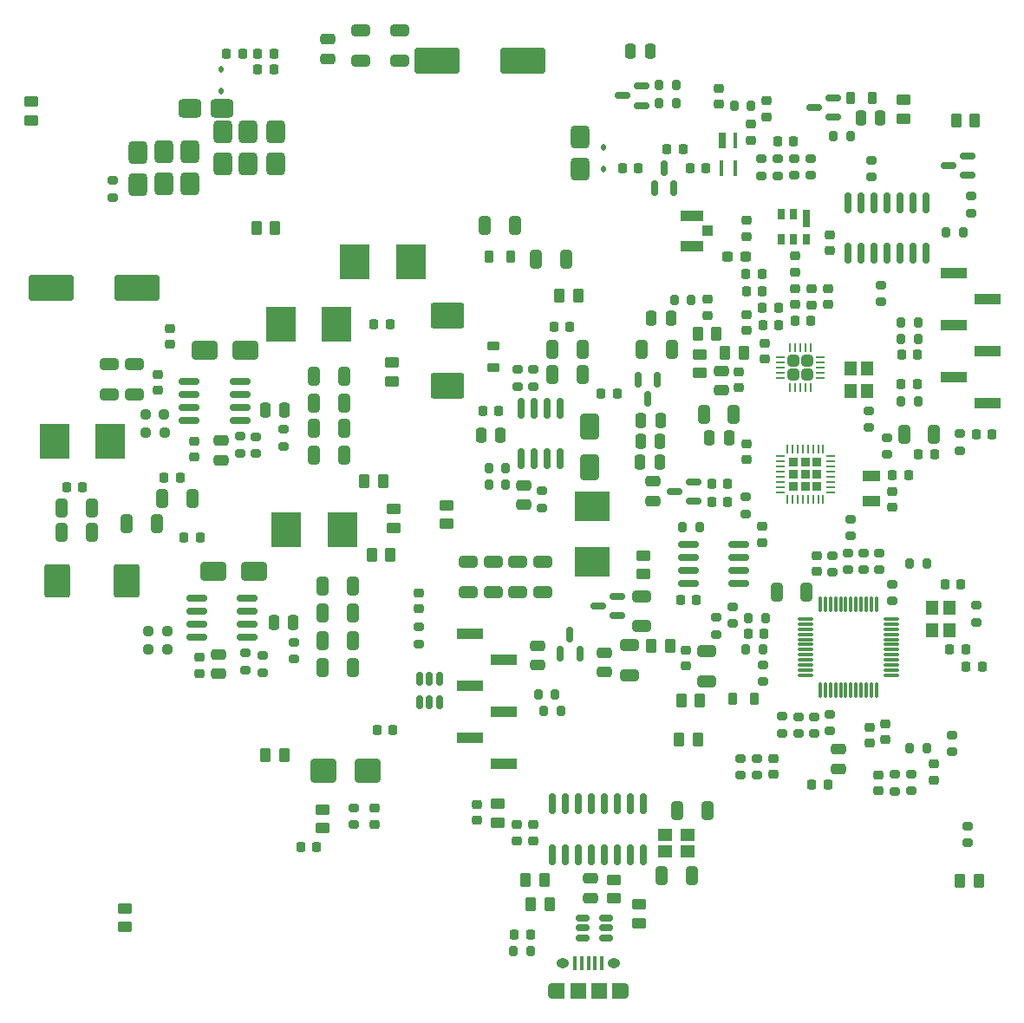
<source format=gtp>
G04 #@! TF.GenerationSoftware,KiCad,Pcbnew,7.0.6-7.0.6~ubuntu22.04.1*
G04 #@! TF.CreationDate,2023-07-26T21:33:09+03:00*
G04 #@! TF.ProjectId,TACNPR,5441434e-5052-42e6-9b69-6361645f7063,rev?*
G04 #@! TF.SameCoordinates,Original*
G04 #@! TF.FileFunction,Paste,Top*
G04 #@! TF.FilePolarity,Positive*
%FSLAX46Y46*%
G04 Gerber Fmt 4.6, Leading zero omitted, Abs format (unit mm)*
G04 Created by KiCad (PCBNEW 7.0.6-7.0.6~ubuntu22.04.1) date 2023-07-26 21:33:09*
%MOMM*%
%LPD*%
G01*
G04 APERTURE LIST*
G04 Aperture macros list*
%AMRoundRect*
0 Rectangle with rounded corners*
0 $1 Rounding radius*
0 $2 $3 $4 $5 $6 $7 $8 $9 X,Y pos of 4 corners*
0 Add a 4 corners polygon primitive as box body*
4,1,4,$2,$3,$4,$5,$6,$7,$8,$9,$2,$3,0*
0 Add four circle primitives for the rounded corners*
1,1,$1+$1,$2,$3*
1,1,$1+$1,$4,$5*
1,1,$1+$1,$6,$7*
1,1,$1+$1,$8,$9*
0 Add four rect primitives between the rounded corners*
20,1,$1+$1,$2,$3,$4,$5,0*
20,1,$1+$1,$4,$5,$6,$7,0*
20,1,$1+$1,$6,$7,$8,$9,0*
20,1,$1+$1,$8,$9,$2,$3,0*%
G04 Aperture macros list end*
%ADD10RoundRect,0.225000X-0.225000X-0.250000X0.225000X-0.250000X0.225000X0.250000X-0.225000X0.250000X0*%
%ADD11RoundRect,0.200000X0.275000X-0.200000X0.275000X0.200000X-0.275000X0.200000X-0.275000X-0.200000X0*%
%ADD12RoundRect,0.150000X0.825000X0.150000X-0.825000X0.150000X-0.825000X-0.150000X0.825000X-0.150000X0*%
%ADD13RoundRect,0.225000X0.250000X-0.225000X0.250000X0.225000X-0.250000X0.225000X-0.250000X-0.225000X0*%
%ADD14R,2.950000X3.500000*%
%ADD15RoundRect,0.250000X-0.325000X-0.650000X0.325000X-0.650000X0.325000X0.650000X-0.325000X0.650000X0*%
%ADD16RoundRect,0.250000X0.650000X-0.325000X0.650000X0.325000X-0.650000X0.325000X-0.650000X-0.325000X0*%
%ADD17RoundRect,0.225000X-0.250000X0.225000X-0.250000X-0.225000X0.250000X-0.225000X0.250000X0.225000X0*%
%ADD18RoundRect,0.250000X-0.475000X0.250000X-0.475000X-0.250000X0.475000X-0.250000X0.475000X0.250000X0*%
%ADD19RoundRect,0.250000X1.000000X0.650000X-1.000000X0.650000X-1.000000X-0.650000X1.000000X-0.650000X0*%
%ADD20RoundRect,0.237500X0.250000X0.237500X-0.250000X0.237500X-0.250000X-0.237500X0.250000X-0.237500X0*%
%ADD21RoundRect,0.200000X-0.275000X0.200000X-0.275000X-0.200000X0.275000X-0.200000X0.275000X0.200000X0*%
%ADD22RoundRect,0.150000X-0.825000X-0.150000X0.825000X-0.150000X0.825000X0.150000X-0.825000X0.150000X0*%
%ADD23RoundRect,0.250000X0.325000X0.650000X-0.325000X0.650000X-0.325000X-0.650000X0.325000X-0.650000X0*%
%ADD24RoundRect,0.250000X0.250000X0.475000X-0.250000X0.475000X-0.250000X-0.475000X0.250000X-0.475000X0*%
%ADD25RoundRect,0.225000X0.225000X0.250000X-0.225000X0.250000X-0.225000X-0.250000X0.225000X-0.250000X0*%
%ADD26R,3.500000X2.950000*%
%ADD27RoundRect,0.150000X-0.150000X0.825000X-0.150000X-0.825000X0.150000X-0.825000X0.150000X0.825000X0*%
%ADD28RoundRect,0.200000X0.200000X0.275000X-0.200000X0.275000X-0.200000X-0.275000X0.200000X-0.275000X0*%
%ADD29RoundRect,0.200000X-0.200000X-0.275000X0.200000X-0.275000X0.200000X0.275000X-0.200000X0.275000X0*%
%ADD30RoundRect,0.237500X-0.250000X-0.237500X0.250000X-0.237500X0.250000X0.237500X-0.250000X0.237500X0*%
%ADD31RoundRect,0.250000X0.450000X-0.262500X0.450000X0.262500X-0.450000X0.262500X-0.450000X-0.262500X0*%
%ADD32RoundRect,0.150000X0.150000X-0.512500X0.150000X0.512500X-0.150000X0.512500X-0.150000X-0.512500X0*%
%ADD33RoundRect,0.250000X-1.950000X-1.000000X1.950000X-1.000000X1.950000X1.000000X-1.950000X1.000000X0*%
%ADD34RoundRect,0.250000X-0.250000X-0.475000X0.250000X-0.475000X0.250000X0.475000X-0.250000X0.475000X0*%
%ADD35RoundRect,0.250000X-0.650000X0.325000X-0.650000X-0.325000X0.650000X-0.325000X0.650000X0.325000X0*%
%ADD36RoundRect,0.250000X0.650000X-1.000000X0.650000X1.000000X-0.650000X1.000000X-0.650000X-1.000000X0*%
%ADD37RoundRect,0.250000X0.262500X0.450000X-0.262500X0.450000X-0.262500X-0.450000X0.262500X-0.450000X0*%
%ADD38RoundRect,0.250000X-0.450000X0.262500X-0.450000X-0.262500X0.450000X-0.262500X0.450000X0.262500X0*%
%ADD39RoundRect,0.218750X-0.256250X0.218750X-0.256250X-0.218750X0.256250X-0.218750X0.256250X0.218750X0*%
%ADD40RoundRect,0.218750X0.256250X-0.218750X0.256250X0.218750X-0.256250X0.218750X-0.256250X-0.218750X0*%
%ADD41RoundRect,0.250000X0.475000X-0.250000X0.475000X0.250000X-0.475000X0.250000X-0.475000X-0.250000X0*%
%ADD42RoundRect,0.150000X0.587500X0.150000X-0.587500X0.150000X-0.587500X-0.150000X0.587500X-0.150000X0*%
%ADD43RoundRect,0.250000X-0.315000X0.315000X-0.315000X-0.315000X0.315000X-0.315000X0.315000X0.315000X0*%
%ADD44RoundRect,0.062500X-0.062500X0.362500X-0.062500X-0.362500X0.062500X-0.362500X0.062500X0.362500X0*%
%ADD45RoundRect,0.062500X-0.362500X0.062500X-0.362500X-0.062500X0.362500X-0.062500X0.362500X0.062500X0*%
%ADD46R,1.400000X1.150000*%
%ADD47RoundRect,0.150000X0.512500X0.150000X-0.512500X0.150000X-0.512500X-0.150000X0.512500X-0.150000X0*%
%ADD48RoundRect,0.150000X0.150000X-0.825000X0.150000X0.825000X-0.150000X0.825000X-0.150000X-0.825000X0*%
%ADD49RoundRect,0.218750X0.218750X0.256250X-0.218750X0.256250X-0.218750X-0.256250X0.218750X-0.256250X0*%
%ADD50RoundRect,0.250000X-0.262500X-0.450000X0.262500X-0.450000X0.262500X0.450000X-0.262500X0.450000X0*%
%ADD51RoundRect,0.218750X0.381250X-0.218750X0.381250X0.218750X-0.381250X0.218750X-0.381250X-0.218750X0*%
%ADD52RoundRect,0.340200X-0.559800X0.759800X-0.559800X-0.759800X0.559800X-0.759800X0.559800X0.759800X0*%
%ADD53RoundRect,0.112500X0.112500X-0.187500X0.112500X0.187500X-0.112500X0.187500X-0.112500X-0.187500X0*%
%ADD54RoundRect,0.218750X-0.218750X-0.256250X0.218750X-0.256250X0.218750X0.256250X-0.218750X0.256250X0*%
%ADD55RoundRect,0.150000X0.150000X-0.587500X0.150000X0.587500X-0.150000X0.587500X-0.150000X-0.587500X0*%
%ADD56R,2.510000X1.000000*%
%ADD57R,0.400000X1.500000*%
%ADD58R,0.770000X1.500000*%
%ADD59RoundRect,0.112500X-0.112500X0.187500X-0.112500X-0.187500X0.112500X-0.187500X0.112500X0.187500X0*%
%ADD60RoundRect,0.218750X-0.218750X-0.381250X0.218750X-0.381250X0.218750X0.381250X-0.218750X0.381250X0*%
%ADD61RoundRect,0.150000X-0.150000X0.587500X-0.150000X-0.587500X0.150000X-0.587500X0.150000X0.587500X0*%
%ADD62RoundRect,0.237500X0.300000X0.237500X-0.300000X0.237500X-0.300000X-0.237500X0.300000X-0.237500X0*%
%ADD63R,1.150000X1.400000*%
%ADD64R,0.650000X1.750000*%
%ADD65R,0.650000X1.000000*%
%ADD66RoundRect,0.218750X0.218750X0.381250X-0.218750X0.381250X-0.218750X-0.381250X0.218750X-0.381250X0*%
%ADD67RoundRect,0.250000X1.000000X-1.400000X1.000000X1.400000X-1.000000X1.400000X-1.000000X-1.400000X0*%
%ADD68RoundRect,0.250000X1.400000X1.000000X-1.400000X1.000000X-1.400000X-1.000000X1.400000X-1.000000X0*%
%ADD69RoundRect,0.340200X-0.759800X-0.559800X0.759800X-0.559800X0.759800X0.559800X-0.759800X0.559800X0*%
%ADD70RoundRect,0.340200X0.559800X-0.759800X0.559800X0.759800X-0.559800X0.759800X-0.559800X-0.759800X0*%
%ADD71R,1.050000X1.000000*%
%ADD72R,2.200000X1.050000*%
%ADD73O,0.890000X1.550000*%
%ADD74O,1.250000X0.950000*%
%ADD75R,0.400000X1.350000*%
%ADD76R,1.200000X1.550000*%
%ADD77R,1.500000X1.550000*%
%ADD78RoundRect,0.250000X-1.000000X-0.900000X1.000000X-0.900000X1.000000X0.900000X-1.000000X0.900000X0*%
%ADD79R,1.800000X1.000000*%
%ADD80RoundRect,0.232500X0.232500X0.232500X-0.232500X0.232500X-0.232500X-0.232500X0.232500X-0.232500X0*%
%ADD81RoundRect,0.062500X0.375000X0.062500X-0.375000X0.062500X-0.375000X-0.062500X0.375000X-0.062500X0*%
%ADD82RoundRect,0.062500X0.062500X0.375000X-0.062500X0.375000X-0.062500X-0.375000X0.062500X-0.375000X0*%
%ADD83RoundRect,0.075000X-0.662500X-0.075000X0.662500X-0.075000X0.662500X0.075000X-0.662500X0.075000X0*%
%ADD84RoundRect,0.075000X-0.075000X-0.662500X0.075000X-0.662500X0.075000X0.662500X-0.075000X0.662500X0*%
%ADD85R,1.200000X1.400000*%
G04 APERTURE END LIST*
D10*
X155562000Y-95758000D03*
X157112000Y-95758000D03*
D11*
X172182000Y-89501000D03*
X172182000Y-87851000D03*
D12*
X161275800Y-94132400D03*
X161275800Y-92862400D03*
X161275800Y-91592400D03*
X161275800Y-90322400D03*
X156325800Y-90322400D03*
X156325800Y-91592400D03*
X156325800Y-92862400D03*
X156325800Y-94132400D03*
D13*
X162052000Y-82042000D03*
X162052000Y-80492000D03*
D14*
X94430000Y-80264000D03*
X99880000Y-80264000D03*
D15*
X95172000Y-89154000D03*
X98122000Y-89154000D03*
D16*
X99745800Y-75681100D03*
X99745800Y-72731100D03*
D13*
X104521000Y-75260500D03*
X104521000Y-73710500D03*
D17*
X108066840Y-80240840D03*
X108066840Y-81790840D03*
D18*
X110744000Y-80167440D03*
X110744000Y-82067440D03*
D15*
X143038300Y-73682860D03*
X145988300Y-73682860D03*
D19*
X113107220Y-71368920D03*
X109107220Y-71368920D03*
D20*
X105184580Y-79375000D03*
X103359580Y-79375000D03*
D21*
X116840000Y-79058000D03*
X116840000Y-80708000D03*
X112593120Y-79738720D03*
X112593120Y-81388720D03*
D22*
X107608600Y-74409300D03*
X107608600Y-75679300D03*
X107608600Y-76949300D03*
X107608600Y-78219300D03*
X112558600Y-78219300D03*
X112558600Y-76949300D03*
X112558600Y-75679300D03*
X112558600Y-74409300D03*
D14*
X116520380Y-68834000D03*
X121970380Y-68834000D03*
D23*
X122732060Y-78999080D03*
X119782060Y-78999080D03*
X122729520Y-76464160D03*
X119779520Y-76464160D03*
X122706660Y-81551780D03*
X119756660Y-81551780D03*
X122714280Y-73914000D03*
X119764280Y-73914000D03*
D18*
X140223240Y-84541320D03*
X140223240Y-86441320D03*
D24*
X137983000Y-79644240D03*
X136083000Y-79644240D03*
D11*
X141157960Y-74860920D03*
X141157960Y-73210920D03*
D25*
X137813080Y-77282040D03*
X136263080Y-77282040D03*
D21*
X139684760Y-73216000D03*
X139684760Y-74866000D03*
D26*
X146964400Y-86581400D03*
X146964400Y-92031400D03*
D10*
X143227760Y-69016880D03*
X144777760Y-69016880D03*
D27*
X143832580Y-77004140D03*
X142562580Y-77004140D03*
X141292580Y-77004140D03*
X140022580Y-77004140D03*
X140022580Y-81954140D03*
X141292580Y-81954140D03*
X142562580Y-81954140D03*
X143832580Y-81954140D03*
D15*
X143066240Y-71231760D03*
X146016240Y-71231760D03*
D28*
X138508240Y-82839560D03*
X136858240Y-82839560D03*
D29*
X136840460Y-84488020D03*
X138490460Y-84488020D03*
D16*
X102247700Y-75681100D03*
X102247700Y-72731100D03*
D30*
X103329100Y-77609700D03*
X105154100Y-77609700D03*
D31*
X120650000Y-118006500D03*
X120650000Y-116181500D03*
D29*
X141669000Y-104952800D03*
X143319000Y-104952800D03*
D32*
X130114000Y-105683900D03*
X131064000Y-105683900D03*
X132014000Y-105683900D03*
X132014000Y-103408900D03*
X131064000Y-103408900D03*
X130114000Y-103408900D03*
D33*
X94098000Y-65278000D03*
X102498000Y-65278000D03*
D21*
X130048000Y-98362000D03*
X130048000Y-100012000D03*
X113111280Y-100927400D03*
X113111280Y-102577400D03*
D11*
X114757200Y-102831400D03*
X114757200Y-101181400D03*
D10*
X105143000Y-83820000D03*
X106693000Y-83820000D03*
D17*
X108574840Y-101333000D03*
X108574840Y-102883000D03*
D25*
X108636100Y-89608660D03*
X107086100Y-89608660D03*
D23*
X123552480Y-94335600D03*
X120602480Y-94335600D03*
D34*
X115864600Y-97891600D03*
X117764600Y-97891600D03*
D18*
X110490000Y-101031000D03*
X110490000Y-102931000D03*
D23*
X123587300Y-99689920D03*
X120637300Y-99689920D03*
X123585500Y-102306120D03*
X120635500Y-102306120D03*
X104472000Y-88265000D03*
X101522000Y-88265000D03*
D15*
X104951000Y-85852000D03*
X107901000Y-85852000D03*
D23*
X123570260Y-97017840D03*
X120620260Y-97017840D03*
D19*
X113937800Y-92925900D03*
X109937800Y-92925900D03*
D30*
X103636440Y-98806000D03*
X105461440Y-98806000D03*
D21*
X117805200Y-99860600D03*
X117805200Y-101510600D03*
D14*
X117094000Y-88900000D03*
X122544000Y-88900000D03*
D22*
X108307100Y-95542100D03*
X108307100Y-96812100D03*
X108307100Y-98082100D03*
X108307100Y-99352100D03*
X113257100Y-99352100D03*
X113257100Y-98082100D03*
X113257100Y-96812100D03*
X113257100Y-95542100D03*
D20*
X105448740Y-100545900D03*
X103623740Y-100545900D03*
D25*
X160147600Y-86143800D03*
X158597600Y-86143800D03*
D11*
X142036800Y-86727800D03*
X142036800Y-85077800D03*
D31*
X127533400Y-88669500D03*
X127533400Y-86844500D03*
D35*
X134874000Y-91994460D03*
X134874000Y-94944460D03*
X137287000Y-91997000D03*
X137287000Y-94947000D03*
X142113000Y-91997000D03*
X142113000Y-94947000D03*
D34*
X115001000Y-77216000D03*
X116901000Y-77216000D03*
D25*
X149365000Y-75590400D03*
X147815000Y-75590400D03*
D10*
X125907500Y-108394500D03*
X127457500Y-108394500D03*
D16*
X124307600Y-43029400D03*
X124307600Y-40079400D03*
D36*
X146705320Y-82759300D03*
X146705320Y-78759300D03*
D35*
X139700000Y-92002080D03*
X139700000Y-94952080D03*
D11*
X114071400Y-81424280D03*
X114071400Y-79774280D03*
D15*
X95108500Y-86741000D03*
X98058500Y-86741000D03*
D37*
X126525660Y-84165440D03*
X124700660Y-84165440D03*
X127252100Y-91363800D03*
X125427100Y-91363800D03*
D38*
X132715000Y-86463500D03*
X132715000Y-88288500D03*
D39*
X130048000Y-95034000D03*
X130048000Y-96609000D03*
D40*
X125730000Y-117627500D03*
X125730000Y-116052500D03*
D17*
X162026600Y-67843100D03*
X162026600Y-69393100D03*
D41*
X159542480Y-75245000D03*
X159542480Y-73345000D03*
D21*
X123698000Y-116015000D03*
X123698000Y-117665000D03*
D34*
X150688000Y-42164000D03*
X152588000Y-42164000D03*
D14*
X129217000Y-62738000D03*
X123767000Y-62738000D03*
D18*
X148107000Y-100876000D03*
X148107000Y-102776000D03*
D35*
X151739600Y-95349800D03*
X151739600Y-98299800D03*
D34*
X158409600Y-79857600D03*
X160309600Y-79857600D03*
D15*
X157835600Y-77622400D03*
X160785600Y-77622400D03*
D42*
X149375100Y-97266800D03*
X149375100Y-95366800D03*
X147500100Y-96316800D03*
D43*
X167909000Y-72375000D03*
X166609000Y-72375000D03*
X167909000Y-73675000D03*
X166609000Y-73675000D03*
D44*
X168259000Y-71100000D03*
X167759000Y-71100000D03*
X167259000Y-71100000D03*
X166759000Y-71100000D03*
X166259000Y-71100000D03*
D45*
X165334000Y-72025000D03*
X165334000Y-72525000D03*
X165334000Y-73025000D03*
X165334000Y-73525000D03*
X165334000Y-74025000D03*
D44*
X166259000Y-74950000D03*
X166759000Y-74950000D03*
X167259000Y-74950000D03*
X167759000Y-74950000D03*
X168259000Y-74950000D03*
D45*
X169184000Y-74025000D03*
X169184000Y-73525000D03*
X169184000Y-73025000D03*
X169184000Y-72525000D03*
X169184000Y-72025000D03*
D13*
X161290000Y-75014120D03*
X161290000Y-73464120D03*
X141224000Y-119240600D03*
X141224000Y-117690600D03*
X139573000Y-119240600D03*
X139573000Y-117690600D03*
D18*
X141579600Y-100192800D03*
X141579600Y-102092800D03*
D29*
X142227800Y-106578400D03*
X143877800Y-106578400D03*
D35*
X150582000Y-100121000D03*
X150582000Y-103071000D03*
D46*
X156294000Y-118707000D03*
X154094000Y-118707000D03*
X154094000Y-120307000D03*
X156294000Y-120307000D03*
D47*
X148330500Y-128712000D03*
X148330500Y-127762000D03*
X148330500Y-126812000D03*
X146055500Y-126812000D03*
X146055500Y-127762000D03*
X146055500Y-128712000D03*
D15*
X153719000Y-122682000D03*
X156669000Y-122682000D03*
D48*
X143078200Y-120610400D03*
X144348200Y-120610400D03*
X145618200Y-120610400D03*
X146888200Y-120610400D03*
X148158200Y-120610400D03*
X149428200Y-120610400D03*
X150698200Y-120610400D03*
X151968200Y-120610400D03*
X151968200Y-115660400D03*
X150698200Y-115660400D03*
X149428200Y-115660400D03*
X148158200Y-115660400D03*
X146888200Y-115660400D03*
X145618200Y-115660400D03*
X144348200Y-115660400D03*
X143078200Y-115660400D03*
D38*
X151511000Y-125452500D03*
X151511000Y-127277500D03*
D13*
X135686800Y-117259400D03*
X135686800Y-115709400D03*
D49*
X140919200Y-128371600D03*
X139344200Y-128371600D03*
D29*
X139281400Y-130048000D03*
X140931400Y-130048000D03*
D41*
X146761200Y-124825800D03*
X146761200Y-122925800D03*
D50*
X140438500Y-123063000D03*
X142263500Y-123063000D03*
X140946500Y-125476000D03*
X142771500Y-125476000D03*
D15*
X155243000Y-116332000D03*
X158193000Y-116332000D03*
D38*
X149098000Y-123039500D03*
X149098000Y-124864500D03*
D51*
X137287000Y-73071500D03*
X137287000Y-70946500D03*
D25*
X127201000Y-68834000D03*
X125651000Y-68834000D03*
D33*
X131791600Y-43078400D03*
X140191600Y-43078400D03*
D52*
X102616000Y-52031500D03*
X102616000Y-55156500D03*
D10*
X95618000Y-84709000D03*
X97168000Y-84709000D03*
D17*
X105740200Y-69227400D03*
X105740200Y-70777400D03*
D28*
X157416000Y-88646000D03*
X155766000Y-88646000D03*
D53*
X110744000Y-46008000D03*
X110744000Y-43908000D03*
D49*
X112801500Y-42418000D03*
X111226500Y-42418000D03*
D38*
X151917400Y-91391100D03*
X151917400Y-93216100D03*
D54*
X177127200Y-74625200D03*
X178702200Y-74625200D03*
D40*
X163525200Y-90144700D03*
X163525200Y-88569700D03*
D11*
X161899600Y-87337400D03*
X161899600Y-85687400D03*
D55*
X143830000Y-100962700D03*
X145730000Y-100962700D03*
X144780000Y-99087700D03*
D49*
X178714600Y-71787050D03*
X177139600Y-71787050D03*
D29*
X177102100Y-70212250D03*
X178752100Y-70212250D03*
D17*
X163776660Y-70621860D03*
X163776660Y-72171860D03*
D42*
X183614300Y-54239200D03*
X183614300Y-52339200D03*
X181739300Y-53289200D03*
X170482500Y-48575000D03*
X170482500Y-46675000D03*
X168607500Y-47625000D03*
D29*
X153505400Y-47244000D03*
X155155400Y-47244000D03*
D21*
X183946800Y-56286400D03*
X183946800Y-57936400D03*
D13*
X163982400Y-48527000D03*
X163982400Y-46977000D03*
D25*
X120028000Y-119888000D03*
X118478000Y-119888000D03*
D56*
X138277600Y-111760000D03*
X134967600Y-109220000D03*
X138277600Y-106680000D03*
X134967600Y-104140000D03*
X138277600Y-101600000D03*
X134967600Y-99060000D03*
D39*
X162458400Y-49275900D03*
X162458400Y-50850900D03*
D13*
X170180000Y-61633400D03*
X170180000Y-60083400D03*
D48*
X171894500Y-61898300D03*
X173164500Y-61898300D03*
X174434500Y-61898300D03*
X175704500Y-61898300D03*
X176974500Y-61898300D03*
X178244500Y-61898300D03*
X179514500Y-61898300D03*
X179514500Y-56948300D03*
X178244500Y-56948300D03*
X176974500Y-56948300D03*
X175704500Y-56948300D03*
X174434500Y-56948300D03*
X173164500Y-56948300D03*
X171894500Y-56948300D03*
D52*
X145796000Y-50520200D03*
X145796000Y-53645200D03*
D10*
X149910500Y-53530500D03*
X151460500Y-53530500D03*
X156514500Y-53530500D03*
X158064500Y-53530500D03*
D21*
X100126800Y-54750200D03*
X100126800Y-56400200D03*
D57*
X160875500Y-50870500D03*
D58*
X159670500Y-50870500D03*
D57*
X159575500Y-53530500D03*
X160875500Y-53530500D03*
D59*
X148082000Y-51528000D03*
X148082000Y-53628000D03*
D42*
X151813500Y-47432000D03*
X151813500Y-45532000D03*
X149938500Y-46482000D03*
D15*
X141476200Y-62433200D03*
X144426200Y-62433200D03*
D23*
X139397000Y-59182000D03*
X136447000Y-59182000D03*
D60*
X136859500Y-62230000D03*
X138984500Y-62230000D03*
D29*
X153505400Y-45466000D03*
X155155400Y-45466000D03*
D21*
X174244000Y-52769000D03*
X174244000Y-54419000D03*
D42*
X156855400Y-86090800D03*
X156855400Y-84190800D03*
X154980400Y-85140800D03*
D34*
X151691300Y-80264000D03*
X153591300Y-80264000D03*
X152732700Y-68199000D03*
X154632700Y-68199000D03*
D15*
X151777700Y-71247000D03*
X154727700Y-71247000D03*
D61*
X153299200Y-74246500D03*
X151399200Y-74246500D03*
X152349200Y-76121500D03*
D34*
X151643000Y-82296000D03*
X153543000Y-82296000D03*
X151701500Y-78206600D03*
X153601500Y-78206600D03*
D40*
X158191200Y-67945100D03*
X158191200Y-66370100D03*
D28*
X156603200Y-66395600D03*
X154953200Y-66395600D03*
D37*
X161745300Y-71628000D03*
X159920300Y-71628000D03*
D62*
X161898500Y-62230000D03*
X160173500Y-62230000D03*
D17*
X166738300Y-62153500D03*
X166738300Y-63703500D03*
D13*
X166738300Y-66891200D03*
X166738300Y-65341200D03*
D39*
X168363900Y-65333780D03*
X168363900Y-66908780D03*
D54*
X166722960Y-68483480D03*
X168297960Y-68483480D03*
D37*
X159060520Y-69723000D03*
X157235520Y-69723000D03*
D49*
X165189000Y-68846700D03*
X163614000Y-68846700D03*
D13*
X162052000Y-60211000D03*
X162052000Y-58661000D03*
D31*
X137718800Y-117447700D03*
X137718800Y-115622700D03*
D29*
X170523400Y-50444400D03*
X172173400Y-50444400D03*
D63*
X172174000Y-73118800D03*
X172174000Y-75318800D03*
X173774000Y-75318800D03*
X173774000Y-73118800D03*
D21*
X165061900Y-52641500D03*
X165061900Y-54291500D03*
D11*
X168313100Y-54266600D03*
X168313100Y-52616600D03*
D55*
X153037500Y-55468000D03*
X154937500Y-55468000D03*
X153987500Y-53593000D03*
D64*
X167824000Y-58459000D03*
D65*
X166624000Y-58084000D03*
X165424000Y-58084000D03*
X165424000Y-60534000D03*
X166624000Y-60534000D03*
X167824000Y-60534000D03*
D21*
X166674800Y-52616600D03*
X166674800Y-54266600D03*
D25*
X160147600Y-84365800D03*
X158597600Y-84365800D03*
D31*
X92202000Y-48867700D03*
X92202000Y-47042700D03*
D37*
X184300500Y-48895000D03*
X182475500Y-48895000D03*
D50*
X143764000Y-66040000D03*
X145589000Y-66040000D03*
D38*
X101346000Y-125833500D03*
X101346000Y-127658500D03*
D37*
X116894500Y-110851000D03*
X115069500Y-110851000D03*
X184694500Y-123176000D03*
X182869500Y-123176000D03*
D31*
X157480000Y-73556500D03*
X157480000Y-71731500D03*
D52*
X105156000Y-51993000D03*
X105156000Y-55118000D03*
D54*
X154228600Y-51714400D03*
X155803600Y-51714400D03*
D24*
X175092400Y-48666400D03*
X173192400Y-48666400D03*
D66*
X174290500Y-46736000D03*
X172165500Y-46736000D03*
D67*
X94673000Y-93853000D03*
X101473000Y-93853000D03*
D68*
X132842000Y-74774000D03*
X132842000Y-67974000D03*
D37*
X157264500Y-109346000D03*
X155439500Y-109346000D03*
X115974500Y-59436000D03*
X114149500Y-59436000D03*
D52*
X107696000Y-51993000D03*
X107696000Y-55118000D03*
D41*
X121158000Y-42860000D03*
X121158000Y-40960000D03*
D49*
X115849500Y-42418000D03*
X114274500Y-42418000D03*
D10*
X114287000Y-43942000D03*
X115837000Y-43942000D03*
D11*
X175133000Y-66611000D03*
X175133000Y-64961000D03*
D31*
X177342800Y-48715300D03*
X177342800Y-46890300D03*
D69*
X107696000Y-47752000D03*
X110821000Y-47752000D03*
D16*
X128117600Y-43029400D03*
X128117600Y-40079400D03*
D52*
X113347500Y-49999500D03*
X113347500Y-53124500D03*
D70*
X110871000Y-53124500D03*
X110871000Y-49999500D03*
D17*
X169938700Y-65328500D03*
X169938700Y-66878500D03*
D54*
X163565840Y-67157600D03*
X165140840Y-67157600D03*
D25*
X163525800Y-65565020D03*
X161975800Y-65565020D03*
D54*
X161950400Y-63906400D03*
X163525400Y-63906400D03*
D25*
X166598600Y-50914300D03*
X165048600Y-50914300D03*
D21*
X163474400Y-52642000D03*
X163474400Y-54292000D03*
D71*
X158217600Y-59688200D03*
D72*
X156692600Y-61163200D03*
X156692600Y-58213200D03*
D73*
X143083400Y-133888000D03*
D74*
X144083400Y-131188000D03*
X149083400Y-131188000D03*
D73*
X150083400Y-133888000D03*
D75*
X145283400Y-131188000D03*
X145933400Y-131188000D03*
X146583400Y-131188000D03*
X147233400Y-131188000D03*
X147883400Y-131188000D03*
D76*
X143683400Y-133888000D03*
D77*
X145583400Y-133888000D03*
X147583400Y-133888000D03*
D76*
X149483400Y-133888000D03*
D52*
X116078000Y-50038000D03*
X116078000Y-53163000D03*
D78*
X120713500Y-112395000D03*
X125013500Y-112395000D03*
D38*
X127355600Y-72544300D03*
X127355600Y-74369300D03*
D25*
X182943800Y-94234000D03*
X181393800Y-94234000D03*
D10*
X181851000Y-100584000D03*
X183401000Y-100584000D03*
D17*
X174052000Y-108141000D03*
X174052000Y-109691000D03*
X156082000Y-100621000D03*
X156082000Y-102171000D03*
X175582000Y-107801000D03*
X175582000Y-109351000D03*
D18*
X171020500Y-110302000D03*
X171020500Y-112202000D03*
D35*
X158082000Y-100726000D03*
X158082000Y-103676000D03*
D15*
X164945800Y-94945200D03*
X167895800Y-94945200D03*
D17*
X174882000Y-112801000D03*
X174882000Y-114351000D03*
D13*
X164682000Y-112751000D03*
X164682000Y-111201000D03*
D25*
X169939000Y-113792000D03*
X168389000Y-113792000D03*
D21*
X184482000Y-96251000D03*
X184482000Y-97901000D03*
D11*
X176276000Y-95821000D03*
X176276000Y-94171000D03*
X175006000Y-92798500D03*
X175006000Y-91148500D03*
D21*
X170434000Y-91377000D03*
X170434000Y-93027000D03*
X171958000Y-91123000D03*
X171958000Y-92773000D03*
X173482000Y-91123000D03*
X173482000Y-92773000D03*
X163626800Y-102045000D03*
X163626800Y-103695000D03*
D11*
X165455600Y-108724200D03*
X165455600Y-107074200D03*
D29*
X162197000Y-97486000D03*
X163847000Y-97486000D03*
X161957000Y-100576000D03*
X163607000Y-100576000D03*
D28*
X179607000Y-110176000D03*
X177957000Y-110176000D03*
D21*
X168656000Y-107125000D03*
X168656000Y-108775000D03*
X163068000Y-111189000D03*
X163068000Y-112839000D03*
X160662000Y-96361000D03*
X160662000Y-98011000D03*
X176482000Y-112751000D03*
X176482000Y-114401000D03*
X170180000Y-106871000D03*
X170180000Y-108521000D03*
X183642000Y-117818500D03*
X183642000Y-119468500D03*
X182118000Y-108903000D03*
X182118000Y-110553000D03*
D29*
X177965500Y-92202000D03*
X179615500Y-92202000D03*
D17*
X168882000Y-91401000D03*
X168882000Y-92951000D03*
D79*
X174244000Y-86086000D03*
X174244000Y-83586000D03*
D13*
X176276000Y-86701000D03*
X176276000Y-85151000D03*
D10*
X176263000Y-83566000D03*
X177813000Y-83566000D03*
D25*
X185991800Y-79552800D03*
X184441800Y-79552800D03*
D11*
X175768000Y-81534000D03*
X175768000Y-79884000D03*
X173939200Y-78904600D03*
X173939200Y-77254600D03*
X182829200Y-81139800D03*
X182829200Y-79489800D03*
D28*
X178765200Y-76301600D03*
X177115200Y-76301600D03*
D15*
X177391800Y-79552800D03*
X180341800Y-79552800D03*
D18*
X152908000Y-84140000D03*
X152908000Y-86040000D03*
D10*
X178803000Y-81534000D03*
X180353000Y-81534000D03*
D80*
X168910000Y-84596000D03*
X168910000Y-83446000D03*
X168910000Y-82296000D03*
X167760000Y-84596000D03*
X167760000Y-83446000D03*
X167760000Y-82296000D03*
X166610000Y-84596000D03*
X166610000Y-83446000D03*
X166610000Y-82296000D03*
D81*
X170197500Y-85196000D03*
X170197500Y-84696000D03*
X170197500Y-84196000D03*
X170197500Y-83696000D03*
X170197500Y-83196000D03*
X170197500Y-82696000D03*
X170197500Y-82196000D03*
X170197500Y-81696000D03*
D82*
X169510000Y-81008500D03*
X169010000Y-81008500D03*
X168510000Y-81008500D03*
X168010000Y-81008500D03*
X167510000Y-81008500D03*
X167010000Y-81008500D03*
X166510000Y-81008500D03*
X166010000Y-81008500D03*
D81*
X165322500Y-81696000D03*
X165322500Y-82196000D03*
X165322500Y-82696000D03*
X165322500Y-83196000D03*
X165322500Y-83696000D03*
X165322500Y-84196000D03*
X165322500Y-84696000D03*
X165322500Y-85196000D03*
D82*
X166010000Y-85883500D03*
X166510000Y-85883500D03*
X167010000Y-85883500D03*
X167510000Y-85883500D03*
X168010000Y-85883500D03*
X168510000Y-85883500D03*
X169010000Y-85883500D03*
X169510000Y-85883500D03*
D13*
X180289200Y-113297000D03*
X180289200Y-111747000D03*
D83*
X167795500Y-97580000D03*
X167795500Y-98080000D03*
X167795500Y-98580000D03*
X167795500Y-99080000D03*
X167795500Y-99580000D03*
X167795500Y-100080000D03*
X167795500Y-100580000D03*
X167795500Y-101080000D03*
X167795500Y-101580000D03*
X167795500Y-102080000D03*
X167795500Y-102580000D03*
X167795500Y-103080000D03*
D84*
X169208000Y-104492500D03*
X169708000Y-104492500D03*
X170208000Y-104492500D03*
X170708000Y-104492500D03*
X171208000Y-104492500D03*
X171708000Y-104492500D03*
X172208000Y-104492500D03*
X172708000Y-104492500D03*
X173208000Y-104492500D03*
X173708000Y-104492500D03*
X174208000Y-104492500D03*
X174708000Y-104492500D03*
D83*
X176120500Y-103080000D03*
X176120500Y-102580000D03*
X176120500Y-102080000D03*
X176120500Y-101580000D03*
X176120500Y-101080000D03*
X176120500Y-100580000D03*
X176120500Y-100080000D03*
X176120500Y-99580000D03*
X176120500Y-99080000D03*
X176120500Y-98580000D03*
X176120500Y-98080000D03*
X176120500Y-97580000D03*
D84*
X174708000Y-96167500D03*
X174208000Y-96167500D03*
X173708000Y-96167500D03*
X173208000Y-96167500D03*
X172708000Y-96167500D03*
X172208000Y-96167500D03*
X171708000Y-96167500D03*
X171208000Y-96167500D03*
X170708000Y-96167500D03*
X170208000Y-96167500D03*
X169708000Y-96167500D03*
X169208000Y-96167500D03*
D85*
X181864000Y-98720000D03*
X181864000Y-96520000D03*
X180164000Y-96520000D03*
X180164000Y-98720000D03*
D29*
X177127400Y-68630800D03*
X178777400Y-68630800D03*
D21*
X167081200Y-107125000D03*
X167081200Y-108775000D03*
X159082000Y-97451000D03*
X159082000Y-99101000D03*
D10*
X183457000Y-102216000D03*
X185007000Y-102216000D03*
D21*
X178112000Y-112701000D03*
X178112000Y-114351000D03*
X161391600Y-111189000D03*
X161391600Y-112839000D03*
D37*
X154544500Y-100176000D03*
X152719500Y-100176000D03*
D60*
X160657000Y-105376000D03*
X162782000Y-105376000D03*
D39*
X159308800Y-45745300D03*
X159308800Y-47320300D03*
D29*
X160820600Y-47498000D03*
X162470600Y-47498000D03*
D37*
X157464500Y-105566000D03*
X155639500Y-105566000D03*
D25*
X163747000Y-99046000D03*
X162197000Y-99046000D03*
D28*
X183146200Y-59791600D03*
X181496200Y-59791600D03*
D56*
X182219600Y-63804800D03*
X185529600Y-66344800D03*
X182219600Y-68884800D03*
X185529600Y-71424800D03*
X182219600Y-73964800D03*
X185529600Y-76504800D03*
M02*

</source>
